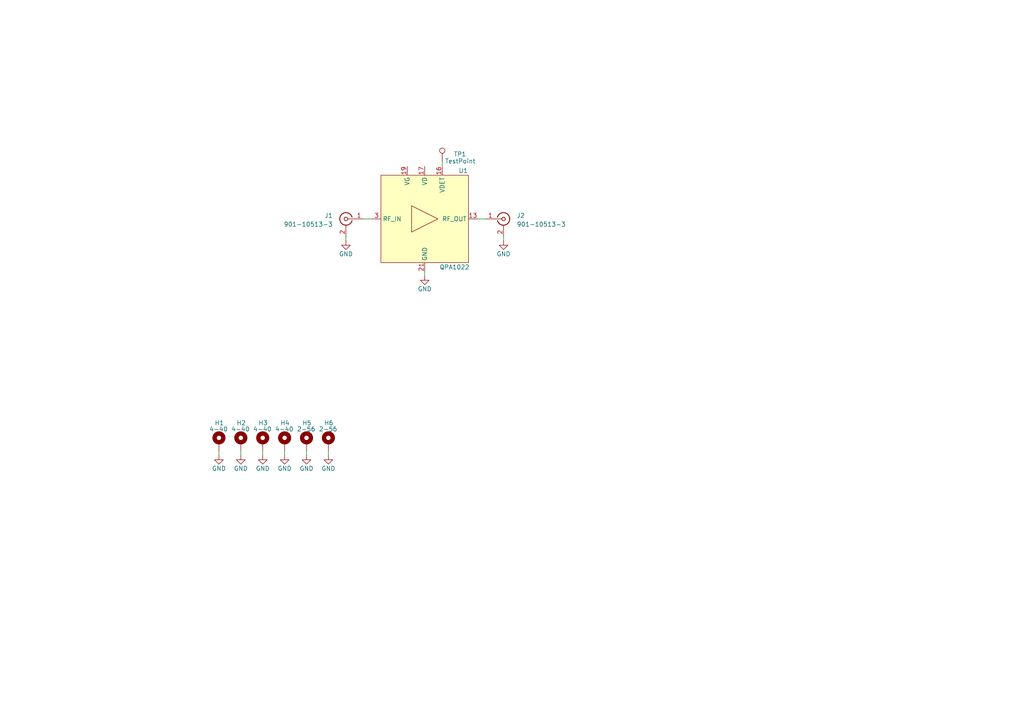
<source format=kicad_sch>
(kicad_sch (version 20231120) (generator "eeschema") (generator_version "8.0")
  (paper "A4")
  (title_block (title "X-Band 4W Amplifier") (date "2024-06-16") (rev "v1.0") (company "openEPR") (comment 1 "Timothy Keller"))
  (lib_symbols
    (symbol "Connector:Conn_Coaxial" (pin_names (offset 1.016) hide)
      (property "Reference" "J" (at 0.254 3.048 0))
      (property "Value" "Conn_Coaxial" (at 2.921 0 90))
      (symbol "Conn_Coaxial_0_1"
        (arc (start -1.778 -0.508) (mid 0.2311 -1.8066) (end 1.778 0) (stroke (width 0.254)))
        (polyline (pts (xy -2.54 0) (xy -0.508 0)))
        (polyline (pts (xy 0 -2.54) (xy 0 -1.778)))
        (circle (center 0 0) (radius 0.508) (stroke (width 0.2032)))
        (arc (start 1.778 0) (mid 0.2099 1.8101) (end -1.778 0.508) (stroke (width 0.254)))
      )
      (symbol "Conn_Coaxial_1_1"
        (pin passive line (at -5.08 0 0) (length 2.54) (name "In") (number "1"))
        (pin passive line (at 0 -5.08 90) (length 2.54) (name "Ext") (number "2"))
      )
    )
    (symbol "Connector:TestPoint" (pin_numbers hide) (pin_names (offset 0.762) hide)
      (property "Reference" "TP" (at 0 6.858 0))
      (property "Value" "TestPoint" (at 0 5.08 0))
      (symbol "TestPoint_0_1"
        (circle (center 0 3.302) (radius 0.762))
      )
      (symbol "TestPoint_1_1"
        (pin passive line (at 0 0 90) (length 2.54) (name "1") (number "1"))
      )
    )
    (symbol "Mechanical:MountingHole_Pad" (pin_numbers hide) (pin_names (offset 1.016) hide)
      (property "Reference" "H" (at 0 6.35 0))
      (property "Value" "MountingHole_Pad" (at 0 4.445 0))
      (symbol "MountingHole_Pad_0_1"
        (circle (center 0 1.27) (radius 1.27) (stroke (width 1.27)))
      )
      (symbol "MountingHole_Pad_1_1"
        (pin input line (at 0 -2.54 90) (length 2.54) (name "1") (number "1"))
      )
    )
    (symbol "_tim-RF:QPA1022"
      (property "Reference" "U" (at 11.43 13.716 0))
      (property "Value" "QPA1022" (at 7.874 -13.97 0))
      (symbol "QPA1022_1_1"
        (rectangle (start -12.7 12.7) (end 12.7 -12.7) (fill (type background)))
        (polyline (pts (xy -3.81 3.81) (xy -3.81 -3.81) (xy 3.81 0) (xy -3.81 3.81)))
        (pin power_in line (at 0 -15.24 90) (length 2.54) hide (name "NC") (number "1"))
        (pin power_in line (at 0 -15.24 90) (length 2.54) hide (name "NC") (number "10"))
        (pin power_in line (at 0 -15.24 90) (length 2.54) hide (name "NC") (number "11"))
        (pin power_in line (at 0 -15.24 90) (length 2.54) hide (name "NC") (number "12"))
        (pin output line (at 15.24 0 180) (length 2.54) (name "RF_OUT") (number "13"))
        (pin power_in line (at 0 -15.24 90) (length 2.54) hide (name "NC") (number "14"))
        (pin power_in line (at 0 -15.24 90) (length 2.54) hide (name "NC") (number "15"))
        (pin output line (at 5.08 15.24 270) (length 2.54) (name "VDET") (number "16"))
        (pin power_in line (at 0 15.24 270) (length 2.54) (name "VD") (number "17"))
        (pin power_in line (at 0 -15.24 90) (length 2.54) hide (name "NC") (number "18"))
        (pin power_in line (at -5.08 15.24 270) (length 2.54) (name "VG") (number "19"))
        (pin power_in line (at 0 -15.24 90) (length 2.54) hide (name "NC") (number "2"))
        (pin power_in line (at 0 -15.24 90) (length 2.54) hide (name "NC") (number "20"))
        (pin power_in line (at 0 -15.24 90) (length 2.54) (name "GND") (number "21"))
        (pin input line (at -15.24 0 0) (length 2.54) (name "RF_IN") (number "3"))
        (pin power_in line (at 0 -15.24 90) (length 2.54) hide (name "NC") (number "4"))
        (pin power_in line (at 0 -15.24 90) (length 2.54) hide (name "NC") (number "5"))
        (pin power_in line (at 0 -15.24 90) (length 2.54) hide (name "NC") (number "6"))
        (pin power_in line (at 0 -15.24 90) (length 2.54) hide (name "NC") (number "7"))
        (pin power_in line (at 0 -15.24 90) (length 2.54) hide (name "NC") (number "8"))
        (pin power_in line (at 0 -15.24 90) (length 2.54) hide (name "NC") (number "9"))
      )
    )
    (symbol "power:GND" (power) (pin_numbers hide) (pin_names (offset 0) hide)
      (property "Value" "GND" (at 0 -3.81 0))
      (symbol "GND_0_1"
        (polyline (pts (xy 0 0) (xy 0 -1.27) (xy 1.27 -1.27) (xy 0 -2.54) (xy -1.27 -1.27) (xy 0 -1.27)))
      )
      (symbol "GND_1_1"
        (pin power_in line (at 0 0 270) (length 0) (name "~") (number "1"))
      )
    )
  )
  (wire (pts (xy 88.9 130.81) (xy 88.9 132.08)))
  (wire (pts (xy 82.55 130.81) (xy 82.55 132.08)))
  (wire (pts (xy 105.41 63.5) (xy 107.95 63.5)))
  (wire (pts (xy 95.25 130.81) (xy 95.25 132.08)))
  (wire (pts (xy 128.27 46.99) (xy 128.27 48.26)))
  (wire (pts (xy 138.43 63.5) (xy 140.97 63.5)))
  (wire (pts (xy 63.5 130.81) (xy 63.5 132.08)))
  (wire (pts (xy 123.19 78.74) (xy 123.19 80.01)))
  (wire (pts (xy 76.2 130.81) (xy 76.2 132.08)))
  (wire (pts (xy 100.33 68.58) (xy 100.33 69.85)))
  (wire (pts (xy 146.05 68.58) (xy 146.05 69.85)))
  (wire (pts (xy 69.85 130.81) (xy 69.85 132.08)))
  (symbol (lib_id "Mechanical:MountingHole_Pad") (at 95.25 128.27 0) (unit 1)
    (property "Reference" "H6" (at 93.98 122.682 0) (effects (justify left)))
    (property "Value" "2-56" (at 92.456 124.46 0) (effects (justify left)))
    (property "Footprint" "_tim-Mounting-Holes:2-56_Hole_Pad" (effects (hide yes)))
    (property "Description" "Mounting Hole with connection" (effects (hide yes)))
  )
  (symbol (lib_id "_tim-RF:QPA1022") (at 123.19 63.5 0) (unit 1)
    (property "Reference" "U1" (at 134.366 49.53 0))
    (property "Value" "QPA1022" (at 131.826 77.47 0))
    (property "Footprint" "Package_DFN_QFN:QFN-20-1EP_4x4mm_P0.5mm_EP2.5x2.5mm_ThermalVias" (effects (hide yes)))
    (property "Datasheet" "https://www.qorvo.com/products/p/QPA1022" (effects (hide yes)))
    (property "Description" "8.5 - 11 GHz, 4 Watt GaN Power Amplifier" (effects (hide yes)))
  )
  (symbol (lib_id "power:GND") (at 88.9 132.08 0) (unit 1)
    (property "Reference" "#PWR08" (effects (hide yes)))
    (property "Value" "GND" (at 88.9 135.89 0))
    (property "Description" "Power symbol creates a global label with name \"GND\" , ground" (effects (hide yes)))
  )
  (symbol (lib_id "power:GND") (at 146.05 69.85 0) (unit 1)
    (property "Reference" "#PWR01" (effects (hide yes)))
    (property "Value" "GND" (at 146.05 73.66 0))
    (property "Description" "Power symbol creates a global label with name \"GND\" , ground" (effects (hide yes)))
  )
  (symbol (lib_id "power:GND") (at 123.19 80.01 0) (unit 1)
    (property "Reference" "#PWR03" (effects (hide yes)))
    (property "Value" "GND" (at 123.19 83.82 0))
    (property "Description" "Power symbol creates a global label with name \"GND\" , ground" (effects (hide yes)))
  )
  (symbol (lib_id "power:GND") (at 95.25 132.08 0) (unit 1)
    (property "Reference" "#PWR09" (effects (hide yes)))
    (property "Value" "GND" (at 95.25 135.89 0))
    (property "Description" "Power symbol creates a global label with name \"GND\" , ground" (effects (hide yes)))
  )
  (symbol (lib_id "Connector:Conn_Coaxial") (at 146.05 63.5 0) (unit 1)
    (property "Reference" "J2" (at 149.86 62.5231 0) (effects (justify left)))
    (property "Value" "901-10513-3" (at 149.86 65.0631 0) (effects (justify left)))
    (property "Footprint" "_tim-RF:AMPHENOL_901-10513-3_EDGE_LAUNCH_Female" (effects (hide yes)))
    (property "Datasheet" " ~" (effects (hide yes)))
    (property "Description" "coaxial connector (BNC, SMA, SMB, SMC, Cinch/RCA, LEMO, ...)" (effects (hide yes)))
  )
  (symbol (lib_id "Connector:TestPoint") (at 128.27 46.99 0) (unit 1) (in_bom no)
    (property "Reference" "TP1" (at 131.572 44.704 0) (effects (justify left)))
    (property "Value" "TestPoint" (at 129.032 46.736 0) (effects (justify left)))
    (property "Footprint" "TestPoint:TestPoint_Pad_D1.0mm" (effects (hide yes)))
    (property "Description" "test point" (effects (hide yes)))
  )
  (symbol (lib_id "power:GND") (at 100.33 69.85 0) (unit 1)
    (property "Reference" "#PWR02" (effects (hide yes)))
    (property "Value" "GND" (at 100.33 73.66 0))
    (property "Description" "Power symbol creates a global label with name \"GND\" , ground" (effects (hide yes)))
  )
  (symbol (lib_id "power:GND") (at 82.55 132.08 0) (unit 1)
    (property "Reference" "#PWR07" (effects (hide yes)))
    (property "Value" "GND" (at 82.55 135.89 0))
    (property "Description" "Power symbol creates a global label with name \"GND\" , ground" (effects (hide yes)))
  )
  (symbol (lib_id "power:GND") (at 69.85 132.08 0) (unit 1)
    (property "Reference" "#PWR05" (effects (hide yes)))
    (property "Value" "GND" (at 69.85 135.89 0))
    (property "Description" "Power symbol creates a global label with name \"GND\" , ground" (effects (hide yes)))
  )
  (symbol (lib_id "Mechanical:MountingHole_Pad") (at 69.85 128.27 0) (unit 1)
    (property "Reference" "H2" (at 68.58 122.682 0) (effects (justify left)))
    (property "Value" "4-40" (at 67.056 124.46 0) (effects (justify left)))
    (property "Footprint" "_tim-Mounting-Holes:4-40_Hole_Pad" (effects (hide yes)))
    (property "Description" "Mounting Hole with connection" (effects (hide yes)))
  )
  (symbol (lib_id "Mechanical:MountingHole_Pad") (at 63.5 128.27 0) (unit 1)
    (property "Reference" "H1" (at 62.23 122.682 0) (effects (justify left)))
    (property "Value" "4-40" (at 60.706 124.46 0) (effects (justify left)))
    (property "Footprint" "_tim-Mounting-Holes:4-40_Hole_Pad" (effects (hide yes)))
    (property "Description" "Mounting Hole with connection" (effects (hide yes)))
  )
  (symbol (lib_id "Connector:Conn_Coaxial") (at 100.33 63.5 0) (mirror y) (unit 1)
    (property "Reference" "J1" (at 96.52 62.5231 0) (effects (justify left)))
    (property "Value" "901-10513-3" (at 96.52 65.0631 0) (effects (justify left)))
    (property "Footprint" "_tim-RF:AMPHENOL_901-10513-3_EDGE_LAUNCH_Female" (effects (hide yes)))
    (property "Datasheet" " ~" (effects (hide yes)))
    (property "Description" "coaxial connector (BNC, SMA, SMB, SMC, Cinch/RCA, LEMO, ...)" (effects (hide yes)))
  )
  (symbol (lib_id "power:GND") (at 63.5 132.08 0) (unit 1)
    (property "Reference" "#PWR04" (effects (hide yes)))
    (property "Value" "GND" (at 63.5 135.89 0))
    (property "Description" "Power symbol creates a global label with name \"GND\" , ground" (effects (hide yes)))
  )
  (symbol (lib_id "Mechanical:MountingHole_Pad") (at 88.9 128.27 0) (unit 1)
    (property "Reference" "H5" (at 87.63 122.682 0) (effects (justify left)))
    (property "Value" "2-56" (at 86.106 124.46 0) (effects (justify left)))
    (property "Footprint" "_tim-Mounting-Holes:2-56_Hole_Pad" (effects (hide yes)))
    (property "Description" "Mounting Hole with connection" (effects (hide yes)))
  )
  (symbol (lib_id "Mechanical:MountingHole_Pad") (at 82.55 128.27 0) (unit 1)
    (property "Reference" "H4" (at 81.28 122.682 0) (effects (justify left)))
    (property "Value" "4-40" (at 79.756 124.46 0) (effects (justify left)))
    (property "Footprint" "_tim-Mounting-Holes:4-40_Hole_Pad" (effects (hide yes)))
    (property "Description" "Mounting Hole with connection" (effects (hide yes)))
  )
  (symbol (lib_id "Mechanical:MountingHole_Pad") (at 76.2 128.27 0) (unit 1)
    (property "Reference" "H3" (at 74.93 122.682 0) (effects (justify left)))
    (property "Value" "4-40" (at 73.406 124.46 0) (effects (justify left)))
    (property "Footprint" "_tim-Mounting-Holes:4-40_Hole_Pad" (effects (hide yes)))
    (property "Description" "Mounting Hole with connection" (effects (hide yes)))
  )
  (symbol (lib_id "power:GND") (at 76.2 132.08 0) (unit 1)
    (property "Reference" "#PWR06" (effects (hide yes)))
    (property "Value" "GND" (at 76.2 135.89 0))
    (property "Description" "Power symbol creates a global label with name \"GND\" , ground" (effects (hide yes)))
  )
)
</source>
